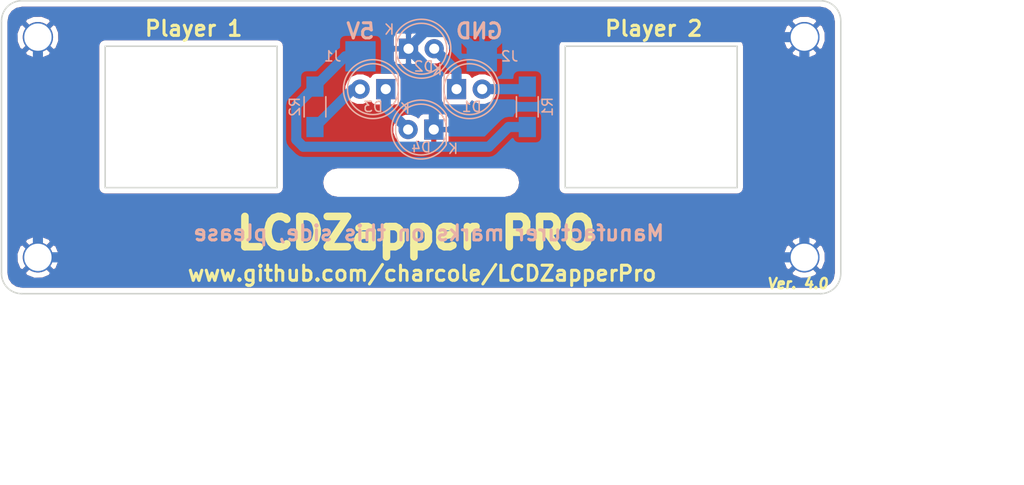
<source format=kicad_pcb>
(kicad_pcb (version 4) (host pcbnew 4.0.6)

  (general
    (links 12)
    (no_connects 0)
    (area 93.328572 68.925 204.235715 119.944961)
    (thickness 1.6)
    (drawings 30)
    (tracks 30)
    (zones 0)
    (modules 13)
    (nets 7)
  )

  (page A4)
  (layers
    (0 F.Cu signal)
    (31 B.Cu signal)
    (32 B.Adhes user hide)
    (33 F.Adhes user hide)
    (34 B.Paste user hide)
    (35 F.Paste user hide)
    (36 B.SilkS user)
    (37 F.SilkS user)
    (38 B.Mask user hide)
    (39 F.Mask user hide)
    (40 Dwgs.User user hide)
    (41 Cmts.User user hide)
    (42 Eco1.User user hide)
    (43 Eco2.User user)
    (44 Edge.Cuts user)
    (45 Margin user hide)
    (46 B.CrtYd user hide)
    (47 F.CrtYd user hide)
    (48 B.Fab user hide)
    (49 F.Fab user hide)
  )

  (setup
    (last_trace_width 1)
    (trace_clearance 0.2)
    (zone_clearance 0.508)
    (zone_45_only no)
    (trace_min 0.2)
    (segment_width 0.2)
    (edge_width 0.15)
    (via_size 0.6)
    (via_drill 0.4)
    (via_min_size 0.4)
    (via_min_drill 0.3)
    (uvia_size 0.3)
    (uvia_drill 0.1)
    (uvias_allowed no)
    (uvia_min_size 0.2)
    (uvia_min_drill 0.1)
    (pcb_text_width 0.3)
    (pcb_text_size 1.5 1.5)
    (mod_edge_width 0.15)
    (mod_text_size 1 1)
    (mod_text_width 0.15)
    (pad_size 3 3)
    (pad_drill 2.7)
    (pad_to_mask_clearance 0.2)
    (aux_axis_origin 0 0)
    (visible_elements FFFFFF7F)
    (pcbplotparams
      (layerselection 0x00030_80000001)
      (usegerberextensions false)
      (excludeedgelayer true)
      (linewidth 0.100000)
      (plotframeref false)
      (viasonmask false)
      (mode 1)
      (useauxorigin false)
      (hpglpennumber 1)
      (hpglpenspeed 20)
      (hpglpendiameter 15)
      (hpglpenoverlay 2)
      (psnegative false)
      (psa4output false)
      (plotreference true)
      (plotvalue true)
      (plotinvisibletext false)
      (padsonsilk false)
      (subtractmaskfromsilk false)
      (outputformat 1)
      (mirror false)
      (drillshape 1)
      (scaleselection 1)
      (outputdirectory ""))
  )

  (net 0 "")
  (net 1 "Net-(D1-Pad1)")
  (net 2 "Net-(D1-Pad2)")
  (net 3 GND)
  (net 4 "Net-(D3-Pad1)")
  (net 5 "Net-(D3-Pad2)")
  (net 6 +5V)

  (net_class Default "This is the default net class."
    (clearance 0.2)
    (trace_width 1)
    (via_dia 0.6)
    (via_drill 0.4)
    (uvia_dia 0.3)
    (uvia_drill 0.1)
    (add_net +5V)
    (add_net GND)
    (add_net "Net-(D1-Pad1)")
    (add_net "Net-(D1-Pad2)")
    (add_net "Net-(D3-Pad1)")
    (add_net "Net-(D3-Pad2)")
  )

  (module Mounting_Holes:MountingHole_2.7mm_M2.5 (layer F.Cu) (tedit 59BE513C) (tstamp 59D8CAF8)
    (at 179.4 73.6)
    (descr "Mounting Hole 2.7mm, no annular, M2.5")
    (tags "mounting hole 2.7mm no annular m2.5")
    (fp_text reference REF** (at 0 -3.7) (layer F.SilkS) hide
      (effects (font (size 1 1) (thickness 0.15)))
    )
    (fp_text value MountingHole_2.7mm_M2.5 (at 0 3.7) (layer F.Fab) hide
      (effects (font (size 1 1) (thickness 0.15)))
    )
    (fp_circle (center 0 0) (end 2.7 0) (layer Cmts.User) (width 0.15))
    (fp_circle (center 0 0) (end 2.95 0) (layer F.CrtYd) (width 0.05))
    (pad 1 thru_hole circle (at 0 0) (size 3 3) (drill 2.7) (layers *.Cu *.Mask)
      (net 3 GND))
  )

  (module Mounting_Holes:MountingHole_2.7mm_M2.5 (layer F.Cu) (tedit 59BE5144) (tstamp 59D8CAEC)
    (at 179.4 95.4)
    (descr "Mounting Hole 2.7mm, no annular, M2.5")
    (tags "mounting hole 2.7mm no annular m2.5")
    (fp_text reference REF** (at 0 -3.7) (layer F.SilkS) hide
      (effects (font (size 1 1) (thickness 0.15)))
    )
    (fp_text value MountingHole_2.7mm_M2.5 (at 0 3.7) (layer F.Fab) hide
      (effects (font (size 1 1) (thickness 0.15)))
    )
    (fp_circle (center 0 0) (end 2.7 0) (layer Cmts.User) (width 0.15))
    (fp_circle (center 0 0) (end 2.95 0) (layer F.CrtYd) (width 0.05))
    (pad 1 thru_hole circle (at 0 0) (size 3 3) (drill 2.7) (layers *.Cu *.Mask)
      (net 3 GND))
  )

  (module Mounting_Holes:MountingHole_2.7mm_M2.5 (layer F.Cu) (tedit 59BE514E) (tstamp 59D8CAE0)
    (at 103.6 95.4)
    (descr "Mounting Hole 2.7mm, no annular, M2.5")
    (tags "mounting hole 2.7mm no annular m2.5")
    (fp_text reference REF** (at 0 -3.7) (layer F.SilkS) hide
      (effects (font (size 1 1) (thickness 0.15)))
    )
    (fp_text value MountingHole_2.7mm_M2.5 (at 0 3.7) (layer F.Fab) hide
      (effects (font (size 1 1) (thickness 0.15)))
    )
    (fp_circle (center 0 0) (end 2.7 0) (layer Cmts.User) (width 0.15))
    (fp_circle (center 0 0) (end 2.95 0) (layer F.CrtYd) (width 0.05))
    (pad 1 thru_hole circle (at 0 0) (size 3 3) (drill 2.7) (layers *.Cu *.Mask)
      (net 3 GND))
  )

  (module Mounting_Holes:MountingHole_2.7mm_M2.5 (layer F.Cu) (tedit 59BE5152) (tstamp 59D8CAB1)
    (at 103.6 73.6)
    (descr "Mounting Hole 2.7mm, no annular, M2.5")
    (tags "mounting hole 2.7mm no annular m2.5")
    (fp_text reference REF** (at 0 -3.7) (layer F.SilkS) hide
      (effects (font (size 1 1) (thickness 0.15)))
    )
    (fp_text value MountingHole_2.7mm_M2.5 (at 0 3.7) (layer F.Fab) hide
      (effects (font (size 1 1) (thickness 0.15)))
    )
    (fp_circle (center 0 0) (end 2.7 0) (layer Cmts.User) (width 0.15))
    (fp_circle (center 0 0) (end 2.95 0) (layer F.CrtYd) (width 0.05))
    (pad 1 thru_hole circle (at 0 0) (size 3 3) (drill 2.7) (layers *.Cu *.Mask)
      (net 3 GND))
  )

  (module Mounting_Holes:MountingHole_2.7mm_M2.5 (layer F.Cu) (tedit 59BE4297) (tstamp 59F2290A)
    (at 141.5 88)
    (descr "Mounting Hole 2.7mm, no annular, M2.5")
    (tags "mounting hole 2.7mm no annular m2.5")
    (fp_text reference REF** (at 0 -3.7) (layer F.SilkS) hide
      (effects (font (size 1 1) (thickness 0.15)))
    )
    (fp_text value MountingHole_2.7mm_M2.5 (at 0 3.7) (layer F.Fab) hide
      (effects (font (size 1 1) (thickness 0.15)))
    )
    (fp_circle (center 0 0) (end 2.7 0) (layer Cmts.User) (width 0.15))
    (fp_circle (center 0 0) (end 2.95 0) (layer F.CrtYd) (width 0.05))
    (pad "" np_thru_hole oval (at 0 0) (size 18 1.8) (drill oval 18 1.8) (layers *.Cu *.Mask))
  )

  (module LEDs:LED-5MM (layer B.Cu) (tedit 5570F7EA) (tstamp 59BE300C)
    (at 145 78.75)
    (descr "LED 5mm round vertical")
    (tags "LED 5mm round vertical")
    (path /59BE3526)
    (fp_text reference D1 (at 1.5 1.75 180) (layer B.SilkS)
      (effects (font (size 1 1) (thickness 0.15)) (justify mirror))
    )
    (fp_text value LED (at 1.524 3.937) (layer B.Fab)
      (effects (font (size 1 1) (thickness 0.15)) (justify mirror))
    )
    (fp_line (start -1.5 1.55) (end -1.5 -1.55) (layer B.CrtYd) (width 0.05))
    (fp_arc (start 1.3 0) (end -1.5 -1.55) (angle 302) (layer B.CrtYd) (width 0.05))
    (fp_arc (start 1.27 0) (end -1.23 1.5) (angle -297.5) (layer B.SilkS) (width 0.15))
    (fp_line (start -1.23 -1.5) (end -1.23 1.5) (layer B.SilkS) (width 0.15))
    (fp_circle (center 1.27 0) (end 0.97 2.5) (layer B.SilkS) (width 0.15))
    (fp_text user K (at -1.905 -1.905) (layer B.SilkS)
      (effects (font (size 1 1) (thickness 0.15)) (justify mirror))
    )
    (pad 1 thru_hole rect (at 0 0 270) (size 2 1.9) (drill 1.00076) (layers *.Cu *.Mask)
      (net 1 "Net-(D1-Pad1)"))
    (pad 2 thru_hole circle (at 2.54 0) (size 1.9 1.9) (drill 1.00076) (layers *.Cu *.Mask)
      (net 2 "Net-(D1-Pad2)"))
    (model LEDs.3dshapes/LED-5MM.wrl
      (at (xyz 0.05 0 0))
      (scale (xyz 1 1 1))
      (rotate (xyz 0 0 90))
    )
  )

  (module LEDs:LED-5MM (layer B.Cu) (tedit 5570F7EA) (tstamp 59BE3012)
    (at 140.25 74.75)
    (descr "LED 5mm round vertical")
    (tags "LED 5mm round vertical")
    (path /59BE34D8)
    (fp_text reference D2 (at 1.5 1.75) (layer B.SilkS)
      (effects (font (size 1 1) (thickness 0.15)) (justify mirror))
    )
    (fp_text value LED (at 1.524 3.937) (layer B.Fab)
      (effects (font (size 1 1) (thickness 0.15)) (justify mirror))
    )
    (fp_line (start -1.5 1.55) (end -1.5 -1.55) (layer B.CrtYd) (width 0.05))
    (fp_arc (start 1.3 0) (end -1.5 -1.55) (angle 302) (layer B.CrtYd) (width 0.05))
    (fp_arc (start 1.27 0) (end -1.23 1.5) (angle -297.5) (layer B.SilkS) (width 0.15))
    (fp_line (start -1.23 -1.5) (end -1.23 1.5) (layer B.SilkS) (width 0.15))
    (fp_circle (center 1.27 0) (end 0.97 2.5) (layer B.SilkS) (width 0.15))
    (fp_text user K (at -1.905 -1.905) (layer B.SilkS)
      (effects (font (size 1 1) (thickness 0.15)) (justify mirror))
    )
    (pad 1 thru_hole rect (at 0 0 270) (size 2 1.9) (drill 1.00076) (layers *.Cu *.Mask)
      (net 3 GND))
    (pad 2 thru_hole circle (at 2.54 0) (size 1.9 1.9) (drill 1.00076) (layers *.Cu *.Mask)
      (net 1 "Net-(D1-Pad1)"))
    (model LEDs.3dshapes/LED-5MM.wrl
      (at (xyz 0.05 0 0))
      (scale (xyz 1 1 1))
      (rotate (xyz 0 0 90))
    )
  )

  (module LEDs:LED-5MM (layer B.Cu) (tedit 5570F7EA) (tstamp 59BE3018)
    (at 138 78.75 180)
    (descr "LED 5mm round vertical")
    (tags "LED 5mm round vertical")
    (path /59BE3599)
    (fp_text reference D3 (at 1.25 -1.75 180) (layer B.SilkS)
      (effects (font (size 1 1) (thickness 0.15)) (justify mirror))
    )
    (fp_text value LED (at 1.524 3.937 180) (layer B.Fab)
      (effects (font (size 1 1) (thickness 0.15)) (justify mirror))
    )
    (fp_line (start -1.5 1.55) (end -1.5 -1.55) (layer B.CrtYd) (width 0.05))
    (fp_arc (start 1.3 0) (end -1.5 -1.55) (angle 302) (layer B.CrtYd) (width 0.05))
    (fp_arc (start 1.27 0) (end -1.23 1.5) (angle -297.5) (layer B.SilkS) (width 0.15))
    (fp_line (start -1.23 -1.5) (end -1.23 1.5) (layer B.SilkS) (width 0.15))
    (fp_circle (center 1.27 0) (end 0.97 2.5) (layer B.SilkS) (width 0.15))
    (fp_text user K (at -1.905 -1.905 180) (layer B.SilkS)
      (effects (font (size 1 1) (thickness 0.15)) (justify mirror))
    )
    (pad 1 thru_hole rect (at 0 0 90) (size 2 1.9) (drill 1.00076) (layers *.Cu *.Mask)
      (net 4 "Net-(D3-Pad1)"))
    (pad 2 thru_hole circle (at 2.54 0 180) (size 1.9 1.9) (drill 1.00076) (layers *.Cu *.Mask)
      (net 5 "Net-(D3-Pad2)"))
    (model LEDs.3dshapes/LED-5MM.wrl
      (at (xyz 0.05 0 0))
      (scale (xyz 1 1 1))
      (rotate (xyz 0 0 90))
    )
  )

  (module LEDs:LED-5MM (layer B.Cu) (tedit 5570F7EA) (tstamp 59BE301E)
    (at 142.75 82.75 180)
    (descr "LED 5mm round vertical")
    (tags "LED 5mm round vertical")
    (path /59BE3593)
    (fp_text reference D4 (at 1.25 -1.75 360) (layer B.SilkS)
      (effects (font (size 1 1) (thickness 0.15)) (justify mirror))
    )
    (fp_text value LED (at 1.524 3.937 180) (layer B.Fab)
      (effects (font (size 1 1) (thickness 0.15)) (justify mirror))
    )
    (fp_line (start -1.5 1.55) (end -1.5 -1.55) (layer B.CrtYd) (width 0.05))
    (fp_arc (start 1.3 0) (end -1.5 -1.55) (angle 302) (layer B.CrtYd) (width 0.05))
    (fp_arc (start 1.27 0) (end -1.23 1.5) (angle -297.5) (layer B.SilkS) (width 0.15))
    (fp_line (start -1.23 -1.5) (end -1.23 1.5) (layer B.SilkS) (width 0.15))
    (fp_circle (center 1.27 0) (end 0.97 2.5) (layer B.SilkS) (width 0.15))
    (fp_text user K (at -1.905 -1.905 180) (layer B.SilkS)
      (effects (font (size 1 1) (thickness 0.15)) (justify mirror))
    )
    (pad 1 thru_hole rect (at 0 0 90) (size 2 1.9) (drill 1.00076) (layers *.Cu *.Mask)
      (net 3 GND))
    (pad 2 thru_hole circle (at 2.54 0 180) (size 1.9 1.9) (drill 1.00076) (layers *.Cu *.Mask)
      (net 4 "Net-(D3-Pad1)"))
    (model LEDs.3dshapes/LED-5MM.wrl
      (at (xyz 0.05 0 0))
      (scale (xyz 1 1 1))
      (rotate (xyz 0 0 90))
    )
  )

  (module Resistors_SMD:R_1206_HandSoldering (layer B.Cu) (tedit 58307C0D) (tstamp 59BE3024)
    (at 152 80.5 90)
    (descr "Resistor SMD 1206, hand soldering")
    (tags "resistor 1206")
    (path /59BE35B1)
    (attr smd)
    (fp_text reference R1 (at 0 2 90) (layer B.SilkS)
      (effects (font (size 1 1) (thickness 0.15)) (justify mirror))
    )
    (fp_text value 33 (at 0 -2.3 90) (layer B.Fab)
      (effects (font (size 1 1) (thickness 0.15)) (justify mirror))
    )
    (fp_line (start -1.6 -0.8) (end -1.6 0.8) (layer B.Fab) (width 0.1))
    (fp_line (start 1.6 -0.8) (end -1.6 -0.8) (layer B.Fab) (width 0.1))
    (fp_line (start 1.6 0.8) (end 1.6 -0.8) (layer B.Fab) (width 0.1))
    (fp_line (start -1.6 0.8) (end 1.6 0.8) (layer B.Fab) (width 0.1))
    (fp_line (start -3.3 1.2) (end 3.3 1.2) (layer B.CrtYd) (width 0.05))
    (fp_line (start -3.3 -1.2) (end 3.3 -1.2) (layer B.CrtYd) (width 0.05))
    (fp_line (start -3.3 1.2) (end -3.3 -1.2) (layer B.CrtYd) (width 0.05))
    (fp_line (start 3.3 1.2) (end 3.3 -1.2) (layer B.CrtYd) (width 0.05))
    (fp_line (start 1 -1.075) (end -1 -1.075) (layer B.SilkS) (width 0.15))
    (fp_line (start -1 1.075) (end 1 1.075) (layer B.SilkS) (width 0.15))
    (pad 1 smd rect (at -2 0 90) (size 2 1.7) (layers B.Cu B.Paste B.Mask)
      (net 6 +5V))
    (pad 2 smd rect (at 2 0 90) (size 2 1.7) (layers B.Cu B.Paste B.Mask)
      (net 2 "Net-(D1-Pad2)"))
    (model Resistors_SMD.3dshapes/R_1206_HandSoldering.wrl
      (at (xyz 0 0 0))
      (scale (xyz 1 1 1))
      (rotate (xyz 0 0 0))
    )
  )

  (module Resistors_SMD:R_1206_HandSoldering (layer B.Cu) (tedit 58307C0D) (tstamp 59BE302A)
    (at 131 80.5 270)
    (descr "Resistor SMD 1206, hand soldering")
    (tags "resistor 1206")
    (path /59BE35F5)
    (attr smd)
    (fp_text reference R2 (at 0 2 270) (layer B.SilkS)
      (effects (font (size 1 1) (thickness 0.15)) (justify mirror))
    )
    (fp_text value 33 (at 0 -2.3 270) (layer B.Fab)
      (effects (font (size 1 1) (thickness 0.15)) (justify mirror))
    )
    (fp_line (start -1.6 -0.8) (end -1.6 0.8) (layer B.Fab) (width 0.1))
    (fp_line (start 1.6 -0.8) (end -1.6 -0.8) (layer B.Fab) (width 0.1))
    (fp_line (start 1.6 0.8) (end 1.6 -0.8) (layer B.Fab) (width 0.1))
    (fp_line (start -1.6 0.8) (end 1.6 0.8) (layer B.Fab) (width 0.1))
    (fp_line (start -3.3 1.2) (end 3.3 1.2) (layer B.CrtYd) (width 0.05))
    (fp_line (start -3.3 -1.2) (end 3.3 -1.2) (layer B.CrtYd) (width 0.05))
    (fp_line (start -3.3 1.2) (end -3.3 -1.2) (layer B.CrtYd) (width 0.05))
    (fp_line (start 3.3 1.2) (end 3.3 -1.2) (layer B.CrtYd) (width 0.05))
    (fp_line (start 1 -1.075) (end -1 -1.075) (layer B.SilkS) (width 0.15))
    (fp_line (start -1 1.075) (end 1 1.075) (layer B.SilkS) (width 0.15))
    (pad 1 smd rect (at -2 0 270) (size 2 1.7) (layers B.Cu B.Paste B.Mask)
      (net 6 +5V))
    (pad 2 smd rect (at 2 0 270) (size 2 1.7) (layers B.Cu B.Paste B.Mask)
      (net 5 "Net-(D3-Pad2)"))
    (model Resistors_SMD.3dshapes/R_1206_HandSoldering.wrl
      (at (xyz 0 0 0))
      (scale (xyz 1 1 1))
      (rotate (xyz 0 0 0))
    )
  )

  (module Measurement_Points:Measurement_Point_Square-SMD-Pad_Big (layer B.Cu) (tedit 56C35FC6) (tstamp 59BE33F5)
    (at 135.5 75.5)
    (descr "Mesurement Point, Square, SMD Pad,  3mm x 3mm,")
    (tags "Mesurement Point Square SMD Pad 3x3mm")
    (path /59BE3876)
    (attr virtual)
    (fp_text reference J1 (at -2.75 0) (layer B.SilkS)
      (effects (font (size 1 1) (thickness 0.15)) (justify mirror))
    )
    (fp_text value 5V (at 0 -3) (layer B.Fab)
      (effects (font (size 1 1) (thickness 0.15)) (justify mirror))
    )
    (fp_line (start -1.75 1.75) (end 1.75 1.75) (layer B.CrtYd) (width 0.05))
    (fp_line (start 1.75 1.75) (end 1.75 -1.75) (layer B.CrtYd) (width 0.05))
    (fp_line (start 1.75 -1.75) (end -1.75 -1.75) (layer B.CrtYd) (width 0.05))
    (fp_line (start -1.75 -1.75) (end -1.75 1.75) (layer B.CrtYd) (width 0.05))
    (pad 1 smd rect (at 0 0) (size 3 3) (layers B.Cu B.Mask)
      (net 6 +5V))
  )

  (module Measurement_Points:Measurement_Point_Square-SMD-Pad_Big (layer B.Cu) (tedit 56C35FC6) (tstamp 59BE33FA)
    (at 147.5 75.5 180)
    (descr "Mesurement Point, Square, SMD Pad,  3mm x 3mm,")
    (tags "Mesurement Point Square SMD Pad 3x3mm")
    (path /59BE3902)
    (attr virtual)
    (fp_text reference J2 (at -2.75 0 360) (layer B.SilkS)
      (effects (font (size 1 1) (thickness 0.15)) (justify mirror))
    )
    (fp_text value GND (at 0 -3 180) (layer B.Fab)
      (effects (font (size 1 1) (thickness 0.15)) (justify mirror))
    )
    (fp_line (start -1.75 1.75) (end 1.75 1.75) (layer B.CrtYd) (width 0.05))
    (fp_line (start 1.75 1.75) (end 1.75 -1.75) (layer B.CrtYd) (width 0.05))
    (fp_line (start 1.75 -1.75) (end -1.75 -1.75) (layer B.CrtYd) (width 0.05))
    (fp_line (start -1.75 -1.75) (end -1.75 1.75) (layer B.CrtYd) (width 0.05))
    (pad 1 smd rect (at 0 0 180) (size 3 3) (layers B.Cu B.Mask)
      (net 3 GND))
  )

  (dimension 2.4 (width 0.3) (layer Eco2.User)
    (gr_text "2.400 mm" (at 198.45 88.8 90) (layer Eco2.User)
      (effects (font (size 1.5 1.5) (thickness 0.3)))
    )
    (feature1 (pts (xy 183 87.6) (xy 199.8 87.6)))
    (feature2 (pts (xy 183 90) (xy 199.8 90)))
    (crossbar (pts (xy 197.1 90) (xy 197.1 87.6)))
    (arrow1a (pts (xy 197.1 87.6) (xy 197.686421 88.726504)))
    (arrow1b (pts (xy 197.1 87.6) (xy 196.513579 88.726504)))
    (arrow2a (pts (xy 197.1 90) (xy 197.686421 88.873496)))
    (arrow2b (pts (xy 197.1 90) (xy 196.513579 88.873496)))
  )
  (dimension 1.6 (width 0.3) (layer Eco2.User)
    (gr_text "1.600 mm" (at 193.95 89.2 90) (layer Eco2.User)
      (effects (font (size 1.5 1.5) (thickness 0.3)))
    )
    (feature1 (pts (xy 183 88.4) (xy 195.3 88.4)))
    (feature2 (pts (xy 183 90) (xy 195.3 90)))
    (crossbar (pts (xy 192.6 90) (xy 192.6 88.4)))
    (arrow1a (pts (xy 192.6 88.4) (xy 193.186421 89.526504)))
    (arrow1b (pts (xy 192.6 88.4) (xy 192.013579 89.526504)))
    (arrow2a (pts (xy 192.6 90) (xy 193.186421 88.873496)))
    (arrow2b (pts (xy 192.6 90) (xy 192.013579 88.873496)))
  )
  (dimension 9 (width 0.3) (layer Eco2.User)
    (gr_text "9.000 mm" (at 189.35 94.5 270) (layer Eco2.User)
      (effects (font (size 1.5 1.5) (thickness 0.3)))
    )
    (feature1 (pts (xy 183 99) (xy 190.7 99)))
    (feature2 (pts (xy 183 90) (xy 190.7 90)))
    (crossbar (pts (xy 188 90) (xy 188 99)))
    (arrow1a (pts (xy 188 99) (xy 187.413579 97.873496)))
    (arrow1b (pts (xy 188 99) (xy 188.586421 97.873496)))
    (arrow2a (pts (xy 188 90) (xy 187.413579 91.126504)))
    (arrow2b (pts (xy 188 90) (xy 188.586421 91.126504)))
  )
  (gr_text "Manufacturer marks on this side, please" (at 142.25 93) (layer B.SilkS)
    (effects (font (size 1.5 1.5) (thickness 0.3)) (justify mirror))
  )
  (gr_text "Ver. 4.0" (at 178.75 98) (layer F.SilkS)
    (effects (font (size 1 1) (thickness 0.25) italic))
  )
  (gr_text GND (at 147.25 73) (layer B.SilkS)
    (effects (font (size 1.5 1.5) (thickness 0.3)) (justify mirror))
  )
  (gr_text 5V (at 135.5 73) (layer B.SilkS)
    (effects (font (size 1.5 1.5) (thickness 0.3)) (justify mirror))
  )
  (gr_line (start 155.75 74.5) (end 155.75 88.5) (layer Edge.Cuts) (width 0.15) (tstamp 59BE2D1E))
  (gr_line (start 172.75 88.5) (end 172.75 74.5) (layer Edge.Cuts) (width 0.15) (tstamp 59BE2D1D))
  (gr_line (start 172.75 74.5) (end 155.75 74.5) (layer Edge.Cuts) (width 0.15) (tstamp 59BE2D1C))
  (gr_line (start 172.75 88.5) (end 155.75 88.5) (layer Edge.Cuts) (width 0.15) (tstamp 59BE2D1B))
  (dimension 76.5 (width 0.3) (layer Eco2.User)
    (gr_text "76.500 mm" (at 141.482159 118.59496) (layer Eco2.User)
      (effects (font (size 1.5 1.5) (thickness 0.3)))
    )
    (feature1 (pts (xy 179.732159 100.24496) (xy 179.732159 119.94496)))
    (feature2 (pts (xy 103.232159 100.24496) (xy 103.232159 119.94496)))
    (crossbar (pts (xy 103.232159 117.24496) (xy 179.732159 117.24496)))
    (arrow1a (pts (xy 179.732159 117.24496) (xy 178.605655 117.831381)))
    (arrow1b (pts (xy 179.732159 117.24496) (xy 178.605655 116.658539)))
    (arrow2a (pts (xy 103.232159 117.24496) (xy 104.358663 117.831381)))
    (arrow2b (pts (xy 103.232159 117.24496) (xy 104.358663 116.658539)))
  )
  (dimension 71.5 (width 0.3) (layer Eco2.User)
    (gr_text "71.500 mm" (at 141.495917 112.671649) (layer Eco2.User) (tstamp 59BE2E79)
      (effects (font (size 1.5 1.5) (thickness 0.3)))
    )
    (feature1 (pts (xy 177.245917 101.321649) (xy 177.245917 114.021649)))
    (feature2 (pts (xy 105.745917 101.321649) (xy 105.745917 114.021649)))
    (crossbar (pts (xy 105.745917 111.321649) (xy 177.245917 111.321649)))
    (arrow1a (pts (xy 177.245917 111.321649) (xy 176.119413 111.90807)))
    (arrow1b (pts (xy 177.245917 111.321649) (xy 176.119413 110.735228)))
    (arrow2a (pts (xy 105.745917 111.321649) (xy 106.872421 111.90807)))
    (arrow2b (pts (xy 105.745917 111.321649) (xy 106.872421 110.735228)))
  )
  (dimension 83 (width 0.3) (layer Eco2.User)
    (gr_text "83.000 mm" (at 141.5 108.85) (layer Eco2.User) (tstamp 59BE2E5E)
      (effects (font (size 1.5 1.5) (thickness 0.3)))
    )
    (feature1 (pts (xy 183 100) (xy 183 110.2)))
    (feature2 (pts (xy 100 100) (xy 100 110.2)))
    (crossbar (pts (xy 100 107.5) (xy 183 107.5)))
    (arrow1a (pts (xy 183 107.5) (xy 181.873496 108.086421)))
    (arrow1b (pts (xy 183 107.5) (xy 181.873496 106.913579)))
    (arrow2a (pts (xy 100 107.5) (xy 101.126504 108.086421)))
    (arrow2b (pts (xy 100 107.5) (xy 101.126504 106.913579)))
  )
  (gr_line (start 127.25 88.5) (end 110.25 88.5) (layer Edge.Cuts) (width 0.15))
  (gr_line (start 110.25 74.5) (end 110.25 88.5) (layer Edge.Cuts) (width 0.15))
  (gr_line (start 127.25 74.5) (end 110.25 74.5) (layer Edge.Cuts) (width 0.15))
  (gr_line (start 127.25 88.5) (end 127.25 74.5) (layer Edge.Cuts) (width 0.15))
  (gr_text "LCDZapper PRO" (at 141 93) (layer F.SilkS)
    (effects (font (size 3 3) (thickness 0.75)))
  )
  (gr_text "Player 2" (at 164.5 72.75) (layer F.SilkS) (tstamp 59B84ED0)
    (effects (font (size 1.5 1.5) (thickness 0.3)))
  )
  (gr_text "Player 1" (at 119 72.75) (layer F.SilkS)
    (effects (font (size 1.5 1.5) (thickness 0.3)))
  )
  (gr_text www.github.com/charcole/LCDZapperPro (at 141.6 97) (layer F.SilkS)
    (effects (font (size 1.5 1.5) (thickness 0.3)))
  )
  (gr_arc (start 181 72) (end 181 70) (angle 90) (layer Edge.Cuts) (width 0.15))
  (gr_arc (start 181 97) (end 183 97) (angle 90) (layer Edge.Cuts) (width 0.15))
  (gr_arc (start 102 97) (end 102 99) (angle 90) (layer Edge.Cuts) (width 0.15))
  (gr_arc (start 102 72) (end 100 72) (angle 90) (layer Edge.Cuts) (width 0.15))
  (gr_line (start 100 97) (end 100 72) (layer Edge.Cuts) (width 0.15))
  (gr_line (start 181 99) (end 102 99) (layer Edge.Cuts) (width 0.15))
  (gr_line (start 183 72) (end 183 97) (layer Edge.Cuts) (width 0.15))
  (gr_line (start 102 70) (end 181 70) (layer Edge.Cuts) (width 0.15))

  (segment (start 142.79 74.75) (end 145 76.96) (width 1) (layer B.Cu) (net 1))
  (segment (start 145 76.96) (end 145 78.75) (width 1) (layer B.Cu) (net 1))
  (segment (start 147.54 78.75) (end 151.75 78.75) (width 1) (layer B.Cu) (net 2))
  (segment (start 151.75 78.75) (end 152 78.5) (width 1) (layer B.Cu) (net 2))
  (segment (start 151.75 78.25) (end 152 78.5) (width 1) (layer B.Cu) (net 2))
  (segment (start 179.4 73.6) (end 149.4 73.6) (width 1) (layer B.Cu) (net 3))
  (segment (start 149.4 73.6) (end 147.5 75.5) (width 1) (layer B.Cu) (net 3))
  (segment (start 179.4 95.4) (end 179.4 73.6) (width 1) (layer B.Cu) (net 3))
  (segment (start 103.6 95.4) (end 179.4 95.4) (width 1) (layer B.Cu) (net 3))
  (segment (start 103.6 73.6) (end 103.6 95.4) (width 1) (layer B.Cu) (net 3))
  (segment (start 140.25 74.75) (end 140.25 74.7) (width 1) (layer B.Cu) (net 3))
  (segment (start 141.850001 73.099999) (end 145.099999 73.099999) (width 1) (layer B.Cu) (net 3))
  (segment (start 140.25 74.7) (end 141.850001 73.099999) (width 1) (layer B.Cu) (net 3))
  (segment (start 145.099999 73.099999) (end 147.5 75.5) (width 1) (layer B.Cu) (net 3))
  (segment (start 142.75 82.75) (end 142.75 77.25) (width 1) (layer B.Cu) (net 3))
  (segment (start 142.75 77.25) (end 140.25 74.75) (width 1) (layer B.Cu) (net 3))
  (segment (start 138 78.75) (end 138 80.54) (width 1) (layer B.Cu) (net 4))
  (segment (start 138 80.54) (end 140.21 82.75) (width 1) (layer B.Cu) (net 4))
  (segment (start 135.46 78.75) (end 134.75 78.75) (width 1) (layer B.Cu) (net 5))
  (segment (start 134.75 78.75) (end 131 82.5) (width 1) (layer B.Cu) (net 5))
  (segment (start 131 82.5) (end 131.21 82.5) (width 1) (layer B.Cu) (net 5))
  (segment (start 152 82.5) (end 150.15 82.5) (width 1) (layer B.Cu) (net 6))
  (segment (start 148.199999 84.450001) (end 129.839999 84.450001) (width 1) (layer B.Cu) (net 6))
  (segment (start 150.15 82.5) (end 148.199999 84.450001) (width 1) (layer B.Cu) (net 6))
  (segment (start 129.839999 84.450001) (end 129.15 83.760002) (width 1) (layer B.Cu) (net 6))
  (segment (start 129.15 83.760002) (end 129.15 80.35) (width 1) (layer B.Cu) (net 6))
  (segment (start 129.15 80.35) (end 131 78.5) (width 1) (layer B.Cu) (net 6))
  (segment (start 135.5 75.5) (end 134 75.5) (width 1) (layer B.Cu) (net 6))
  (segment (start 134 75.5) (end 131 78.5) (width 1) (layer B.Cu) (net 6))
  (segment (start 131.5 78) (end 131 78.5) (width 1) (layer B.Cu) (net 6))

  (zone (net 3) (net_name GND) (layer B.Cu) (tstamp 0) (hatch edge 0.508)
    (connect_pads (clearance 0.508))
    (min_thickness 0.254)
    (fill yes (arc_segments 16) (thermal_gap 0.508) (thermal_bridge_width 0.508))
    (polygon
      (pts
        (xy 100 70) (xy 183 70) (xy 183 99) (xy 100 99)
      )
    )
    (filled_polygon
      (pts
        (xy 181.488338 70.821046) (xy 181.902333 71.097669) (xy 182.178953 71.51166) (xy 182.29 72.069931) (xy 182.29 96.930069)
        (xy 182.178953 97.48834) (xy 181.902333 97.902331) (xy 181.488338 98.178954) (xy 180.930069 98.29) (xy 102.069931 98.29)
        (xy 101.51166 98.178953) (xy 101.097669 97.902333) (xy 100.821046 97.488338) (xy 100.71 96.930069) (xy 100.71 96.91397)
        (xy 102.265635 96.91397) (xy 102.425418 97.232739) (xy 103.216187 97.542723) (xy 104.065387 97.526497) (xy 104.774582 97.232739)
        (xy 104.934365 96.91397) (xy 178.065635 96.91397) (xy 178.225418 97.232739) (xy 179.016187 97.542723) (xy 179.865387 97.526497)
        (xy 180.574582 97.232739) (xy 180.734365 96.91397) (xy 179.4 95.579605) (xy 178.065635 96.91397) (xy 104.934365 96.91397)
        (xy 103.6 95.579605) (xy 102.265635 96.91397) (xy 100.71 96.91397) (xy 100.71 95.016187) (xy 101.457277 95.016187)
        (xy 101.473503 95.865387) (xy 101.767261 96.574582) (xy 102.08603 96.734365) (xy 103.420395 95.4) (xy 103.779605 95.4)
        (xy 105.11397 96.734365) (xy 105.432739 96.574582) (xy 105.742723 95.783813) (xy 105.728056 95.016187) (xy 177.257277 95.016187)
        (xy 177.273503 95.865387) (xy 177.567261 96.574582) (xy 177.88603 96.734365) (xy 179.220395 95.4) (xy 179.579605 95.4)
        (xy 180.91397 96.734365) (xy 181.232739 96.574582) (xy 181.542723 95.783813) (xy 181.526497 94.934613) (xy 181.232739 94.225418)
        (xy 180.91397 94.065635) (xy 179.579605 95.4) (xy 179.220395 95.4) (xy 177.88603 94.065635) (xy 177.567261 94.225418)
        (xy 177.257277 95.016187) (xy 105.728056 95.016187) (xy 105.726497 94.934613) (xy 105.432739 94.225418) (xy 105.11397 94.065635)
        (xy 103.779605 95.4) (xy 103.420395 95.4) (xy 102.08603 94.065635) (xy 101.767261 94.225418) (xy 101.457277 95.016187)
        (xy 100.71 95.016187) (xy 100.71 93.88603) (xy 102.265635 93.88603) (xy 103.6 95.220395) (xy 104.934365 93.88603)
        (xy 178.065635 93.88603) (xy 179.4 95.220395) (xy 180.734365 93.88603) (xy 180.574582 93.567261) (xy 179.783813 93.257277)
        (xy 178.934613 93.273503) (xy 178.225418 93.567261) (xy 178.065635 93.88603) (xy 104.934365 93.88603) (xy 104.774582 93.567261)
        (xy 103.983813 93.257277) (xy 103.134613 93.273503) (xy 102.425418 93.567261) (xy 102.265635 93.88603) (xy 100.71 93.88603)
        (xy 100.71 75.11397) (xy 102.265635 75.11397) (xy 102.425418 75.432739) (xy 103.216187 75.742723) (xy 104.065387 75.726497)
        (xy 104.774582 75.432739) (xy 104.934365 75.11397) (xy 103.6 73.779605) (xy 102.265635 75.11397) (xy 100.71 75.11397)
        (xy 100.71 73.216187) (xy 101.457277 73.216187) (xy 101.473503 74.065387) (xy 101.767261 74.774582) (xy 102.08603 74.934365)
        (xy 103.420395 73.6) (xy 103.779605 73.6) (xy 105.11397 74.934365) (xy 105.432739 74.774582) (xy 105.540376 74.5)
        (xy 109.54 74.5) (xy 109.54 88.5) (xy 109.594046 88.771705) (xy 109.747954 89.002046) (xy 109.978295 89.155954)
        (xy 110.25 89.21) (xy 127.25 89.21) (xy 127.521705 89.155954) (xy 127.752046 89.002046) (xy 127.905954 88.771705)
        (xy 127.96 88.5) (xy 127.96 88) (xy 131.676239 88) (xy 131.793084 88.587419) (xy 132.12583 89.085409)
        (xy 132.62382 89.418155) (xy 133.211239 89.535) (xy 149.788761 89.535) (xy 150.37618 89.418155) (xy 150.87417 89.085409)
        (xy 151.206916 88.587419) (xy 151.323761 88) (xy 151.206916 87.412581) (xy 150.87417 86.914591) (xy 150.37618 86.581845)
        (xy 149.788761 86.465) (xy 133.211239 86.465) (xy 132.62382 86.581845) (xy 132.12583 86.914591) (xy 131.793084 87.412581)
        (xy 131.676239 88) (xy 127.96 88) (xy 127.96 80.35) (xy 128.015 80.35) (xy 128.015 83.760002)
        (xy 128.101397 84.194348) (xy 128.195562 84.335275) (xy 128.347434 84.562568) (xy 129.037433 85.252567) (xy 129.405653 85.498604)
        (xy 129.839999 85.585001) (xy 148.199999 85.585001) (xy 148.634345 85.498604) (xy 149.002565 85.252567) (xy 150.542559 83.712573)
        (xy 150.546838 83.735317) (xy 150.68591 83.951441) (xy 150.89811 84.096431) (xy 151.15 84.14744) (xy 152.85 84.14744)
        (xy 153.085317 84.103162) (xy 153.301441 83.96409) (xy 153.446431 83.75189) (xy 153.49744 83.5) (xy 153.49744 81.5)
        (xy 153.453162 81.264683) (xy 153.31409 81.048559) (xy 153.10189 80.903569) (xy 152.85 80.85256) (xy 151.15 80.85256)
        (xy 150.914683 80.896838) (xy 150.698559 81.03591) (xy 150.553569 81.24811) (xy 150.529898 81.365) (xy 150.15 81.365)
        (xy 149.715654 81.451397) (xy 149.665364 81.485) (xy 149.347434 81.697434) (xy 147.729867 83.315001) (xy 144.335 83.315001)
        (xy 144.335 83.03575) (xy 144.17625 82.877) (xy 142.877 82.877) (xy 142.877 82.897) (xy 142.623 82.897)
        (xy 142.623 82.877) (xy 142.603 82.877) (xy 142.603 82.623) (xy 142.623 82.623) (xy 142.623 81.27375)
        (xy 142.877 81.27375) (xy 142.877 82.623) (xy 144.17625 82.623) (xy 144.335 82.46425) (xy 144.335 81.623691)
        (xy 144.238327 81.390302) (xy 144.059699 81.211673) (xy 143.82631 81.115) (xy 143.03575 81.115) (xy 142.877 81.27375)
        (xy 142.623 81.27375) (xy 142.46425 81.115) (xy 141.67369 81.115) (xy 141.440301 81.211673) (xy 141.261673 81.390302)
        (xy 141.211988 81.510251) (xy 141.109003 81.407086) (xy 140.526659 81.165276) (xy 140.230149 81.165017) (xy 139.327075 80.261943)
        (xy 139.401441 80.21409) (xy 139.546431 80.00189) (xy 139.59744 79.75) (xy 139.59744 77.75) (xy 139.553162 77.514683)
        (xy 139.41409 77.298559) (xy 139.20189 77.153569) (xy 138.95 77.10256) (xy 137.626671 77.10256) (xy 137.64744 77)
        (xy 137.64744 75.03575) (xy 138.665 75.03575) (xy 138.665 75.876309) (xy 138.761673 76.109698) (xy 138.940301 76.288327)
        (xy 139.17369 76.385) (xy 139.96425 76.385) (xy 140.123 76.22625) (xy 140.123 74.877) (xy 138.82375 74.877)
        (xy 138.665 75.03575) (xy 137.64744 75.03575) (xy 137.64744 74) (xy 137.603162 73.764683) (xy 137.512437 73.623691)
        (xy 138.665 73.623691) (xy 138.665 74.46425) (xy 138.82375 74.623) (xy 140.123 74.623) (xy 140.123 73.27375)
        (xy 140.377 73.27375) (xy 140.377 74.623) (xy 140.397 74.623) (xy 140.397 74.877) (xy 140.377 74.877)
        (xy 140.377 76.22625) (xy 140.53575 76.385) (xy 141.32631 76.385) (xy 141.559699 76.288327) (xy 141.738327 76.109698)
        (xy 141.788012 75.989749) (xy 141.890997 76.092914) (xy 142.473341 76.334724) (xy 142.769851 76.334983) (xy 143.672925 77.238057)
        (xy 143.598559 77.28591) (xy 143.453569 77.49811) (xy 143.40256 77.75) (xy 143.40256 79.75) (xy 143.446838 79.985317)
        (xy 143.58591 80.201441) (xy 143.79811 80.346431) (xy 144.05 80.39744) (xy 145.95 80.39744) (xy 146.185317 80.353162)
        (xy 146.401441 80.21409) (xy 146.546431 80.00189) (xy 146.547055 79.998808) (xy 146.640997 80.092914) (xy 147.223341 80.334724)
        (xy 147.853893 80.335275) (xy 148.436657 80.094481) (xy 148.646504 79.885) (xy 150.643156 79.885) (xy 150.68591 79.951441)
        (xy 150.89811 80.096431) (xy 151.15 80.14744) (xy 152.85 80.14744) (xy 153.085317 80.103162) (xy 153.301441 79.96409)
        (xy 153.446431 79.75189) (xy 153.49744 79.5) (xy 153.49744 77.5) (xy 153.453162 77.264683) (xy 153.31409 77.048559)
        (xy 153.10189 76.903569) (xy 152.85 76.85256) (xy 151.15 76.85256) (xy 150.914683 76.896838) (xy 150.698559 77.03591)
        (xy 150.553569 77.24811) (xy 150.50256 77.5) (xy 150.50256 77.615) (xy 149.174593 77.615) (xy 149.359698 77.538327)
        (xy 149.538327 77.359699) (xy 149.635 77.12631) (xy 149.635 75.78575) (xy 149.47625 75.627) (xy 147.627 75.627)
        (xy 147.627 75.647) (xy 147.373 75.647) (xy 147.373 75.627) (xy 145.52375 75.627) (xy 145.397941 75.752809)
        (xy 144.375018 74.729886) (xy 144.375275 74.436107) (xy 144.142889 73.87369) (xy 145.365 73.87369) (xy 145.365 75.21425)
        (xy 145.52375 75.373) (xy 147.373 75.373) (xy 147.373 73.52375) (xy 147.627 73.52375) (xy 147.627 75.373)
        (xy 149.47625 75.373) (xy 149.635 75.21425) (xy 149.635 74.5) (xy 155.04 74.5) (xy 155.04 88.5)
        (xy 155.094046 88.771705) (xy 155.247954 89.002046) (xy 155.478295 89.155954) (xy 155.75 89.21) (xy 172.75 89.21)
        (xy 173.021705 89.155954) (xy 173.252046 89.002046) (xy 173.405954 88.771705) (xy 173.46 88.5) (xy 173.46 75.11397)
        (xy 178.065635 75.11397) (xy 178.225418 75.432739) (xy 179.016187 75.742723) (xy 179.865387 75.726497) (xy 180.574582 75.432739)
        (xy 180.734365 75.11397) (xy 179.4 73.779605) (xy 178.065635 75.11397) (xy 173.46 75.11397) (xy 173.46 74.5)
        (xy 173.405954 74.228295) (xy 173.252046 73.997954) (xy 173.021705 73.844046) (xy 172.75 73.79) (xy 155.75 73.79)
        (xy 155.478295 73.844046) (xy 155.247954 73.997954) (xy 155.094046 74.228295) (xy 155.04 74.5) (xy 149.635 74.5)
        (xy 149.635 73.87369) (xy 149.538327 73.640301) (xy 149.359698 73.461673) (xy 149.126309 73.365) (xy 147.78575 73.365)
        (xy 147.627 73.52375) (xy 147.373 73.52375) (xy 147.21425 73.365) (xy 145.873691 73.365) (xy 145.640302 73.461673)
        (xy 145.461673 73.640301) (xy 145.365 73.87369) (xy 144.142889 73.87369) (xy 144.134481 73.853343) (xy 143.689003 73.407086)
        (xy 143.229267 73.216187) (xy 177.257277 73.216187) (xy 177.273503 74.065387) (xy 177.567261 74.774582) (xy 177.88603 74.934365)
        (xy 179.220395 73.6) (xy 179.579605 73.6) (xy 180.91397 74.934365) (xy 181.232739 74.774582) (xy 181.542723 73.983813)
        (xy 181.526497 73.134613) (xy 181.232739 72.425418) (xy 180.91397 72.265635) (xy 179.579605 73.6) (xy 179.220395 73.6)
        (xy 177.88603 72.265635) (xy 177.567261 72.425418) (xy 177.257277 73.216187) (xy 143.229267 73.216187) (xy 143.106659 73.165276)
        (xy 142.476107 73.164725) (xy 141.893343 73.405519) (xy 141.788133 73.510545) (xy 141.738327 73.390302) (xy 141.559699 73.211673)
        (xy 141.32631 73.115) (xy 140.53575 73.115) (xy 140.377 73.27375) (xy 140.123 73.27375) (xy 139.96425 73.115)
        (xy 139.17369 73.115) (xy 138.940301 73.211673) (xy 138.761673 73.390302) (xy 138.665 73.623691) (xy 137.512437 73.623691)
        (xy 137.46409 73.548559) (xy 137.25189 73.403569) (xy 137 73.35256) (xy 134 73.35256) (xy 133.764683 73.396838)
        (xy 133.548559 73.53591) (xy 133.403569 73.74811) (xy 133.35256 74) (xy 133.35256 74.593782) (xy 133.197434 74.697434)
        (xy 131.042308 76.85256) (xy 130.15 76.85256) (xy 129.914683 76.896838) (xy 129.698559 77.03591) (xy 129.553569 77.24811)
        (xy 129.50256 77.5) (xy 129.50256 78.392308) (xy 128.347434 79.547434) (xy 128.101397 79.915654) (xy 128.015 80.35)
        (xy 127.96 80.35) (xy 127.96 74.5) (xy 127.905954 74.228295) (xy 127.752046 73.997954) (xy 127.521705 73.844046)
        (xy 127.25 73.79) (xy 110.25 73.79) (xy 109.978295 73.844046) (xy 109.747954 73.997954) (xy 109.594046 74.228295)
        (xy 109.54 74.5) (xy 105.540376 74.5) (xy 105.742723 73.983813) (xy 105.726497 73.134613) (xy 105.432739 72.425418)
        (xy 105.11397 72.265635) (xy 103.779605 73.6) (xy 103.420395 73.6) (xy 102.08603 72.265635) (xy 101.767261 72.425418)
        (xy 101.457277 73.216187) (xy 100.71 73.216187) (xy 100.71 72.08603) (xy 102.265635 72.08603) (xy 103.6 73.420395)
        (xy 104.934365 72.08603) (xy 178.065635 72.08603) (xy 179.4 73.420395) (xy 180.734365 72.08603) (xy 180.574582 71.767261)
        (xy 179.783813 71.457277) (xy 178.934613 71.473503) (xy 178.225418 71.767261) (xy 178.065635 72.08603) (xy 104.934365 72.08603)
        (xy 104.774582 71.767261) (xy 103.983813 71.457277) (xy 103.134613 71.473503) (xy 102.425418 71.767261) (xy 102.265635 72.08603)
        (xy 100.71 72.08603) (xy 100.71 72.069931) (xy 100.821046 71.511662) (xy 101.097669 71.097667) (xy 101.51166 70.821047)
        (xy 102.069931 70.71) (xy 180.930069 70.71)
      )
    )
  )
  (zone (net 3) (net_name GND) (layer F.Cu) (tstamp 0) (hatch edge 0.508)
    (connect_pads (clearance 0.508))
    (min_thickness 0.254)
    (fill yes (arc_segments 16) (thermal_gap 0.508) (thermal_bridge_width 0.508))
    (polygon
      (pts
        (xy 100 70) (xy 183 70) (xy 183 99) (xy 100 99)
      )
    )
    (filled_polygon
      (pts
        (xy 181.488338 70.821046) (xy 181.902333 71.097669) (xy 182.178953 71.51166) (xy 182.29 72.069931) (xy 182.29 96.930069)
        (xy 182.178953 97.48834) (xy 181.902333 97.902331) (xy 181.488338 98.178954) (xy 180.930069 98.29) (xy 102.069931 98.29)
        (xy 101.51166 98.178953) (xy 101.097669 97.902333) (xy 100.821046 97.488338) (xy 100.71 96.930069) (xy 100.71 96.91397)
        (xy 102.265635 96.91397) (xy 102.425418 97.232739) (xy 103.216187 97.542723) (xy 104.065387 97.526497) (xy 104.774582 97.232739)
        (xy 104.934365 96.91397) (xy 178.065635 96.91397) (xy 178.225418 97.232739) (xy 179.016187 97.542723) (xy 179.865387 97.526497)
        (xy 180.574582 97.232739) (xy 180.734365 96.91397) (xy 179.4 95.579605) (xy 178.065635 96.91397) (xy 104.934365 96.91397)
        (xy 103.6 95.579605) (xy 102.265635 96.91397) (xy 100.71 96.91397) (xy 100.71 95.016187) (xy 101.457277 95.016187)
        (xy 101.473503 95.865387) (xy 101.767261 96.574582) (xy 102.08603 96.734365) (xy 103.420395 95.4) (xy 103.779605 95.4)
        (xy 105.11397 96.734365) (xy 105.432739 96.574582) (xy 105.742723 95.783813) (xy 105.728056 95.016187) (xy 177.257277 95.016187)
        (xy 177.273503 95.865387) (xy 177.567261 96.574582) (xy 177.88603 96.734365) (xy 179.220395 95.4) (xy 179.579605 95.4)
        (xy 180.91397 96.734365) (xy 181.232739 96.574582) (xy 181.542723 95.783813) (xy 181.526497 94.934613) (xy 181.232739 94.225418)
        (xy 180.91397 94.065635) (xy 179.579605 95.4) (xy 179.220395 95.4) (xy 177.88603 94.065635) (xy 177.567261 94.225418)
        (xy 177.257277 95.016187) (xy 105.728056 95.016187) (xy 105.726497 94.934613) (xy 105.432739 94.225418) (xy 105.11397 94.065635)
        (xy 103.779605 95.4) (xy 103.420395 95.4) (xy 102.08603 94.065635) (xy 101.767261 94.225418) (xy 101.457277 95.016187)
        (xy 100.71 95.016187) (xy 100.71 93.88603) (xy 102.265635 93.88603) (xy 103.6 95.220395) (xy 104.934365 93.88603)
        (xy 178.065635 93.88603) (xy 179.4 95.220395) (xy 180.734365 93.88603) (xy 180.574582 93.567261) (xy 179.783813 93.257277)
        (xy 178.934613 93.273503) (xy 178.225418 93.567261) (xy 178.065635 93.88603) (xy 104.934365 93.88603) (xy 104.774582 93.567261)
        (xy 103.983813 93.257277) (xy 103.134613 93.273503) (xy 102.425418 93.567261) (xy 102.265635 93.88603) (xy 100.71 93.88603)
        (xy 100.71 75.11397) (xy 102.265635 75.11397) (xy 102.425418 75.432739) (xy 103.216187 75.742723) (xy 104.065387 75.726497)
        (xy 104.774582 75.432739) (xy 104.934365 75.11397) (xy 103.6 73.779605) (xy 102.265635 75.11397) (xy 100.71 75.11397)
        (xy 100.71 73.216187) (xy 101.457277 73.216187) (xy 101.473503 74.065387) (xy 101.767261 74.774582) (xy 102.08603 74.934365)
        (xy 103.420395 73.6) (xy 103.779605 73.6) (xy 105.11397 74.934365) (xy 105.432739 74.774582) (xy 105.540376 74.5)
        (xy 109.54 74.5) (xy 109.54 88.5) (xy 109.594046 88.771705) (xy 109.747954 89.002046) (xy 109.978295 89.155954)
        (xy 110.25 89.21) (xy 127.25 89.21) (xy 127.521705 89.155954) (xy 127.752046 89.002046) (xy 127.905954 88.771705)
        (xy 127.96 88.5) (xy 127.96 88) (xy 131.676239 88) (xy 131.793084 88.587419) (xy 132.12583 89.085409)
        (xy 132.62382 89.418155) (xy 133.211239 89.535) (xy 149.788761 89.535) (xy 150.37618 89.418155) (xy 150.87417 89.085409)
        (xy 151.206916 88.587419) (xy 151.323761 88) (xy 151.206916 87.412581) (xy 150.87417 86.914591) (xy 150.37618 86.581845)
        (xy 149.788761 86.465) (xy 133.211239 86.465) (xy 132.62382 86.581845) (xy 132.12583 86.914591) (xy 131.793084 87.412581)
        (xy 131.676239 88) (xy 127.96 88) (xy 127.96 83.063893) (xy 138.624725 83.063893) (xy 138.865519 83.646657)
        (xy 139.310997 84.092914) (xy 139.893341 84.334724) (xy 140.523893 84.335275) (xy 141.106657 84.094481) (xy 141.211867 83.989455)
        (xy 141.261673 84.109698) (xy 141.440301 84.288327) (xy 141.67369 84.385) (xy 142.46425 84.385) (xy 142.623 84.22625)
        (xy 142.623 82.877) (xy 142.877 82.877) (xy 142.877 84.22625) (xy 143.03575 84.385) (xy 143.82631 84.385)
        (xy 144.059699 84.288327) (xy 144.238327 84.109698) (xy 144.335 83.876309) (xy 144.335 83.03575) (xy 144.17625 82.877)
        (xy 142.877 82.877) (xy 142.623 82.877) (xy 142.603 82.877) (xy 142.603 82.623) (xy 142.623 82.623)
        (xy 142.623 81.27375) (xy 142.877 81.27375) (xy 142.877 82.623) (xy 144.17625 82.623) (xy 144.335 82.46425)
        (xy 144.335 81.623691) (xy 144.238327 81.390302) (xy 144.059699 81.211673) (xy 143.82631 81.115) (xy 143.03575 81.115)
        (xy 142.877 81.27375) (xy 142.623 81.27375) (xy 142.46425 81.115) (xy 141.67369 81.115) (xy 141.440301 81.211673)
        (xy 141.261673 81.390302) (xy 141.211988 81.510251) (xy 141.109003 81.407086) (xy 140.526659 81.165276) (xy 139.896107 81.164725)
        (xy 139.313343 81.405519) (xy 138.867086 81.850997) (xy 138.625276 82.433341) (xy 138.624725 83.063893) (xy 127.96 83.063893)
        (xy 127.96 79.063893) (xy 133.874725 79.063893) (xy 134.115519 79.646657) (xy 134.560997 80.092914) (xy 135.143341 80.334724)
        (xy 135.773893 80.335275) (xy 136.356657 80.094481) (xy 136.454337 79.996971) (xy 136.58591 80.201441) (xy 136.79811 80.346431)
        (xy 137.05 80.39744) (xy 138.95 80.39744) (xy 139.185317 80.353162) (xy 139.401441 80.21409) (xy 139.546431 80.00189)
        (xy 139.59744 79.75) (xy 139.59744 77.75) (xy 143.40256 77.75) (xy 143.40256 79.75) (xy 143.446838 79.985317)
        (xy 143.58591 80.201441) (xy 143.79811 80.346431) (xy 144.05 80.39744) (xy 145.95 80.39744) (xy 146.185317 80.353162)
        (xy 146.401441 80.21409) (xy 146.546431 80.00189) (xy 146.547055 79.998808) (xy 146.640997 80.092914) (xy 147.223341 80.334724)
        (xy 147.853893 80.335275) (xy 148.436657 80.094481) (xy 148.882914 79.649003) (xy 149.124724 79.066659) (xy 149.125275 78.436107)
        (xy 148.884481 77.853343) (xy 148.439003 77.407086) (xy 147.856659 77.165276) (xy 147.226107 77.164725) (xy 146.643343 77.405519)
        (xy 146.545663 77.503029) (xy 146.41409 77.298559) (xy 146.20189 77.153569) (xy 145.95 77.10256) (xy 144.05 77.10256)
        (xy 143.814683 77.146838) (xy 143.598559 77.28591) (xy 143.453569 77.49811) (xy 143.40256 77.75) (xy 139.59744 77.75)
        (xy 139.553162 77.514683) (xy 139.41409 77.298559) (xy 139.20189 77.153569) (xy 138.95 77.10256) (xy 137.05 77.10256)
        (xy 136.814683 77.146838) (xy 136.598559 77.28591) (xy 136.453569 77.49811) (xy 136.452945 77.501192) (xy 136.359003 77.407086)
        (xy 135.776659 77.165276) (xy 135.146107 77.164725) (xy 134.563343 77.405519) (xy 134.117086 77.850997) (xy 133.875276 78.433341)
        (xy 133.874725 79.063893) (xy 127.96 79.063893) (xy 127.96 75.03575) (xy 138.665 75.03575) (xy 138.665 75.876309)
        (xy 138.761673 76.109698) (xy 138.940301 76.288327) (xy 139.17369 76.385) (xy 139.96425 76.385) (xy 140.123 76.22625)
        (xy 140.123 74.877) (xy 138.82375 74.877) (xy 138.665 75.03575) (xy 127.96 75.03575) (xy 127.96 74.5)
        (xy 127.905954 74.228295) (xy 127.752046 73.997954) (xy 127.521705 73.844046) (xy 127.25 73.79) (xy 110.25 73.79)
        (xy 109.978295 73.844046) (xy 109.747954 73.997954) (xy 109.594046 74.228295) (xy 109.54 74.5) (xy 105.540376 74.5)
        (xy 105.742723 73.983813) (xy 105.735843 73.623691) (xy 138.665 73.623691) (xy 138.665 74.46425) (xy 138.82375 74.623)
        (xy 140.123 74.623) (xy 140.123 73.27375) (xy 140.377 73.27375) (xy 140.377 74.623) (xy 140.397 74.623)
        (xy 140.397 74.877) (xy 140.377 74.877) (xy 140.377 76.22625) (xy 140.53575 76.385) (xy 141.32631 76.385)
        (xy 141.559699 76.288327) (xy 141.738327 76.109698) (xy 141.788012 75.989749) (xy 141.890997 76.092914) (xy 142.473341 76.334724)
        (xy 143.103893 76.335275) (xy 143.686657 76.094481) (xy 144.132914 75.649003) (xy 144.374724 75.066659) (xy 144.375219 74.5)
        (xy 155.04 74.5) (xy 155.04 88.5) (xy 155.094046 88.771705) (xy 155.247954 89.002046) (xy 155.478295 89.155954)
        (xy 155.75 89.21) (xy 172.75 89.21) (xy 173.021705 89.155954) (xy 173.252046 89.002046) (xy 173.405954 88.771705)
        (xy 173.46 88.5) (xy 173.46 75.11397) (xy 178.065635 75.11397) (xy 178.225418 75.432739) (xy 179.016187 75.742723)
        (xy 179.865387 75.726497) (xy 180.574582 75.432739) (xy 180.734365 75.11397) (xy 179.4 73.779605) (xy 178.065635 75.11397)
        (xy 173.46 75.11397) (xy 173.46 74.5) (xy 173.405954 74.228295) (xy 173.252046 73.997954) (xy 173.021705 73.844046)
        (xy 172.75 73.79) (xy 155.75 73.79) (xy 155.478295 73.844046) (xy 155.247954 73.997954) (xy 155.094046 74.228295)
        (xy 155.04 74.5) (xy 144.375219 74.5) (xy 144.375275 74.436107) (xy 144.134481 73.853343) (xy 143.689003 73.407086)
        (xy 143.229267 73.216187) (xy 177.257277 73.216187) (xy 177.273503 74.065387) (xy 177.567261 74.774582) (xy 177.88603 74.934365)
        (xy 179.220395 73.6) (xy 179.579605 73.6) (xy 180.91397 74.934365) (xy 181.232739 74.774582) (xy 181.542723 73.983813)
        (xy 181.526497 73.134613) (xy 181.232739 72.425418) (xy 180.91397 72.265635) (xy 179.579605 73.6) (xy 179.220395 73.6)
        (xy 177.88603 72.265635) (xy 177.567261 72.425418) (xy 177.257277 73.216187) (xy 143.229267 73.216187) (xy 143.106659 73.165276)
        (xy 142.476107 73.164725) (xy 141.893343 73.405519) (xy 141.788133 73.510545) (xy 141.738327 73.390302) (xy 141.559699 73.211673)
        (xy 141.32631 73.115) (xy 140.53575 73.115) (xy 140.377 73.27375) (xy 140.123 73.27375) (xy 139.96425 73.115)
        (xy 139.17369 73.115) (xy 138.940301 73.211673) (xy 138.761673 73.390302) (xy 138.665 73.623691) (xy 105.735843 73.623691)
        (xy 105.726497 73.134613) (xy 105.432739 72.425418) (xy 105.11397 72.265635) (xy 103.779605 73.6) (xy 103.420395 73.6)
        (xy 102.08603 72.265635) (xy 101.767261 72.425418) (xy 101.457277 73.216187) (xy 100.71 73.216187) (xy 100.71 72.08603)
        (xy 102.265635 72.08603) (xy 103.6 73.420395) (xy 104.934365 72.08603) (xy 178.065635 72.08603) (xy 179.4 73.420395)
        (xy 180.734365 72.08603) (xy 180.574582 71.767261) (xy 179.783813 71.457277) (xy 178.934613 71.473503) (xy 178.225418 71.767261)
        (xy 178.065635 72.08603) (xy 104.934365 72.08603) (xy 104.774582 71.767261) (xy 103.983813 71.457277) (xy 103.134613 71.473503)
        (xy 102.425418 71.767261) (xy 102.265635 72.08603) (xy 100.71 72.08603) (xy 100.71 72.069931) (xy 100.821046 71.511662)
        (xy 101.097669 71.097667) (xy 101.51166 70.821047) (xy 102.069931 70.71) (xy 180.930069 70.71)
      )
    )
  )
)

</source>
